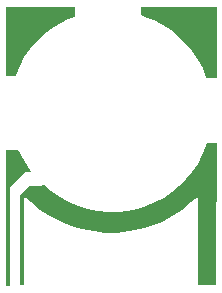
<source format=gbs>
%FSTAX44Y44*%
%MOMM*%
%SFA1B1*%

%IPPOS*%
%ADD22R,0.368999X7.739385*%
%ADD23R,0.447299X10.025380*%
%ADD24R,1.493397X8.096284*%
%ADD25R,0.368999X7.155586*%
%LNpcb2-1*%
%LPD*%
G36*
X0080391Y01038287D02*
X00798269Y01036139D01*
X00790847Y0103242*
X00783836Y01027975*
X00777306Y01022848*
X00771324Y01017092*
X0076595Y01010763*
X00761239Y01003928*
X00757238Y00996654*
X00753988Y00989015*
X0075369Y0098806*
X0074535*
Y01046756*
X0080391*
Y01038287*
G37*
G36*
X00923897Y0098679D02*
X00915204D01*
X00915178Y00986881*
X00912043Y00994667*
X00908141Y01002099*
X00903513Y01009101*
X00898204Y01015602*
X00892269Y01021537*
X00885768Y01026846*
X00878766Y01031474*
X00871334Y01035376*
X00863548Y01038511*
X0085979Y010396*
Y01046756*
X00923897*
Y0098679*
G37*
G36*
X00757292Y00923161D02*
X00761324Y00915617D01*
X00766076Y00908505*
X0076655Y00907927*
X00766007Y0090678*
X00762*
X00747744Y00892524*
X00746561Y00892986*
X0074535Y00923428*
Y0092583*
X00756186*
X00757292Y00923161*
G37*
G36*
X00923985Y00881082D02*
X00923023Y00880254D01*
X00911517Y00881986*
Y00882279*
X00911468Y00882527*
Y0088278*
X00911371Y00883018*
X0091132Y0088327*
X0091118Y0088348*
X00911083Y00883714*
X00910869Y00884036*
X0091069Y00884215*
X0091055Y00884426*
X00910337Y00884569*
X00910155Y00884752*
X00909922Y00884849*
X00909712Y0088499*
X00909355Y00885139*
X00909107Y0088519*
X00908874Y00885287*
X00908617Y00885288*
X00908365Y00885339*
X00908117Y00885291*
X00907864Y00885292*
X00907484Y00885218*
X0090725Y00885122*
X00907001Y00885074*
X00906786Y00884933*
X00906549Y00884836*
X00906387Y00884675*
X00906354Y00884661*
X00906353Y0088466*
X00906319Y00884625*
X00906157Y00884518*
X00906051Y00884413*
X00902435Y0088107*
X00894699Y00874891*
X00886432Y00869502*
X00877685Y00864934*
X00868539Y00861228*
X00859078Y00858419*
X00849392Y00856532*
X00839568Y00855586*
X008297Y0085559*
X00819877Y00856542*
X00810192Y00858434*
X00800733Y0086125*
X00791591Y00864962*
X00782845Y00869536*
X00774582Y0087493*
X0076685Y00881114*
X00763228Y00884467*
X00763157Y00884536*
X00763143Y00884545*
X00763135Y00884558*
X00762719Y00884819*
X00762308Y00885086*
X00762293Y00885088*
X0076228Y00885097*
X00762035Y0088519*
X00762019Y00885193*
X00762006Y00885201*
X00761523Y00885278*
X00761039Y00885361*
X00761024Y00885358*
X00761008Y0088536*
X00760746Y0088535*
X00760731Y00885347*
X00760715Y00885349*
X0076024Y00885229*
X00759763Y00885115*
X00759751Y00885106*
X00759736Y00885102*
X00758949Y00885181*
X00758296Y00885436*
X00758226Y00885501*
X00758156Y00885574*
X00757141Y0088773*
X00765033Y00894905*
X0077597Y0089535*
X00777008Y00896388*
X0077755Y00895846*
X00784162Y0089042*
X00791273Y00885667*
X00798817Y00881636*
X00806719Y00878362*
X00814904Y00875879*
X00823293Y00874211*
X00831805Y00873372*
X00836082*
X00840181Y00873368*
X00848342Y00874163*
X00856386Y00875754*
X00864235Y00878125*
X00871813Y00881255*
X00879049Y00885112*
X00885871Y0088966*
X00892215Y00894854*
X00898019Y00900646*
X00903228Y00906979*
X00907791Y00913791*
X00911664Y00921018*
X00914809Y0092859*
X00915737Y00931635*
X00923985*
Y00881082*
G37*
G54D22*
X00758986Y00849032D03*
G54D23*
X00747285Y00860462D03*
G54D24*
X00915756Y00851494D03*
G54D25*
X00921444Y00856197D03*
M02*
</source>
